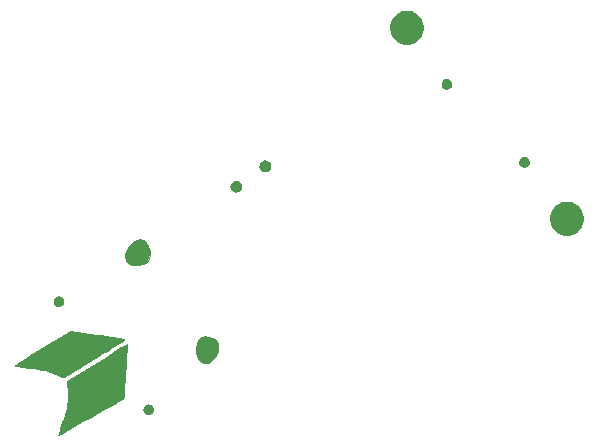
<source format=gbr>
G04 #@! TF.GenerationSoftware,KiCad,Pcbnew,5.1.2-f72e74a~84~ubuntu19.04.1*
G04 #@! TF.CreationDate,2019-06-13T20:20:37+02:00*
G04 #@! TF.ProjectId,sepiapcb2,73657069-6170-4636-9232-2e6b69636164,rev?*
G04 #@! TF.SameCoordinates,Original*
G04 #@! TF.FileFunction,Soldermask,Top*
G04 #@! TF.FilePolarity,Negative*
%FSLAX46Y46*%
G04 Gerber Fmt 4.6, Leading zero omitted, Abs format (unit mm)*
G04 Created by KiCad (PCBNEW 5.1.2-f72e74a~84~ubuntu19.04.1) date 2019-06-13 20:20:37*
%MOMM*%
%LPD*%
G04 APERTURE LIST*
%ADD10C,0.010000*%
%ADD11C,0.100000*%
G04 APERTURE END LIST*
D10*
G36*
X75390995Y-54097586D02*
G01*
X75467685Y-54129471D01*
X75635646Y-54255078D01*
X75789470Y-54441577D01*
X75910406Y-54665318D01*
X75928178Y-54710247D01*
X76025933Y-55058454D01*
X76048446Y-55369999D01*
X75997612Y-55641789D01*
X75875324Y-55870731D01*
X75683476Y-56053731D01*
X75423959Y-56187696D01*
X75098669Y-56269532D01*
X74963867Y-56285813D01*
X74795581Y-56290371D01*
X74631306Y-56278187D01*
X74565480Y-56266230D01*
X74313994Y-56168254D01*
X74126079Y-56016037D01*
X74005386Y-55814635D01*
X73955565Y-55569103D01*
X73958813Y-55426396D01*
X74023929Y-55128984D01*
X74158000Y-54830611D01*
X74348037Y-54551624D01*
X74581056Y-54312370D01*
X74749323Y-54187858D01*
X74956712Y-54096817D01*
X75180182Y-54065947D01*
X75390995Y-54097586D01*
X75390995Y-54097586D01*
G37*
X75390995Y-54097586D02*
X75467685Y-54129471D01*
X75635646Y-54255078D01*
X75789470Y-54441577D01*
X75910406Y-54665318D01*
X75928178Y-54710247D01*
X76025933Y-55058454D01*
X76048446Y-55369999D01*
X75997612Y-55641789D01*
X75875324Y-55870731D01*
X75683476Y-56053731D01*
X75423959Y-56187696D01*
X75098669Y-56269532D01*
X74963867Y-56285813D01*
X74795581Y-56290371D01*
X74631306Y-56278187D01*
X74565480Y-56266230D01*
X74313994Y-56168254D01*
X74126079Y-56016037D01*
X74005386Y-55814635D01*
X73955565Y-55569103D01*
X73958813Y-55426396D01*
X74023929Y-55128984D01*
X74158000Y-54830611D01*
X74348037Y-54551624D01*
X74581056Y-54312370D01*
X74749323Y-54187858D01*
X74956712Y-54096817D01*
X75180182Y-54065947D01*
X75390995Y-54097586D01*
G36*
X80983029Y-62332586D02*
G01*
X81020204Y-62341661D01*
X81317513Y-62437607D01*
X81538568Y-62557940D01*
X81690240Y-62710961D01*
X81779401Y-62904974D01*
X81812921Y-63148281D01*
X81810657Y-63296800D01*
X81786118Y-63526851D01*
X81734414Y-63716018D01*
X81676313Y-63847134D01*
X81559611Y-64039954D01*
X81411345Y-64229138D01*
X81252710Y-64390688D01*
X81104903Y-64500608D01*
X81093719Y-64506696D01*
X80948279Y-64550268D01*
X80761960Y-64562852D01*
X80572659Y-64544487D01*
X80440916Y-64505985D01*
X80267705Y-64385007D01*
X80129734Y-64190474D01*
X80029530Y-63926925D01*
X79979294Y-63676937D01*
X79971057Y-63503545D01*
X79983835Y-63289184D01*
X80013526Y-63061647D01*
X80056028Y-62848728D01*
X80107240Y-62678221D01*
X80135892Y-62615654D01*
X80278063Y-62440112D01*
X80467679Y-62334099D01*
X80703186Y-62298096D01*
X80983029Y-62332586D01*
X80983029Y-62332586D01*
G37*
X80983029Y-62332586D02*
X81020204Y-62341661D01*
X81317513Y-62437607D01*
X81538568Y-62557940D01*
X81690240Y-62710961D01*
X81779401Y-62904974D01*
X81812921Y-63148281D01*
X81810657Y-63296800D01*
X81786118Y-63526851D01*
X81734414Y-63716018D01*
X81676313Y-63847134D01*
X81559611Y-64039954D01*
X81411345Y-64229138D01*
X81252710Y-64390688D01*
X81104903Y-64500608D01*
X81093719Y-64506696D01*
X80948279Y-64550268D01*
X80761960Y-64562852D01*
X80572659Y-64544487D01*
X80440916Y-64505985D01*
X80267705Y-64385007D01*
X80129734Y-64190474D01*
X80029530Y-63926925D01*
X79979294Y-63676937D01*
X79971057Y-63503545D01*
X79983835Y-63289184D01*
X80013526Y-63061647D01*
X80056028Y-62848728D01*
X80107240Y-62678221D01*
X80135892Y-62615654D01*
X80278063Y-62440112D01*
X80467679Y-62334099D01*
X80703186Y-62298096D01*
X80983029Y-62332586D01*
D11*
G36*
X74149445Y-62950598D02*
G01*
X74149912Y-62950767D01*
X74149956Y-62950778D01*
X74159432Y-62954204D01*
X74159469Y-62954221D01*
X74159921Y-62954385D01*
X74169309Y-62960056D01*
X74169673Y-62960389D01*
X74169690Y-62960401D01*
X74177122Y-62967184D01*
X74177137Y-62967201D01*
X74177488Y-62967521D01*
X74177770Y-62967904D01*
X74177777Y-62967912D01*
X74183734Y-62976007D01*
X74183737Y-62976012D01*
X74184035Y-62976417D01*
X74188650Y-62986266D01*
X74188742Y-62986640D01*
X74188819Y-62986859D01*
X74191254Y-62996807D01*
X74191287Y-62997044D01*
X74192047Y-63000148D01*
X74192585Y-63006175D01*
X74194150Y-63047369D01*
X74194214Y-63050470D01*
X74194170Y-63053499D01*
X74190370Y-63172734D01*
X74190353Y-63173223D01*
X74190314Y-63174117D01*
X74181554Y-63359729D01*
X74181593Y-63359731D01*
X74181547Y-63360118D01*
X74181535Y-63360117D01*
X74181525Y-63360300D01*
X74181514Y-63360393D01*
X74181493Y-63360892D01*
X74168452Y-63602165D01*
X74168453Y-63602165D01*
X74168449Y-63602198D01*
X74168420Y-63602729D01*
X74151681Y-63891054D01*
X74151738Y-63891057D01*
X74151743Y-63891212D01*
X74151671Y-63891208D01*
X74131868Y-64217028D01*
X74131991Y-64217035D01*
X74131994Y-64217153D01*
X74131861Y-64217145D01*
X74109645Y-64570666D01*
X74110102Y-64570695D01*
X74110086Y-64570792D01*
X74109640Y-64570763D01*
X74085641Y-64942529D01*
X74085914Y-64942547D01*
X74085915Y-64942635D01*
X74085634Y-64942616D01*
X74060483Y-65323171D01*
X74060994Y-65323205D01*
X74060979Y-65323288D01*
X74060478Y-65323254D01*
X74034807Y-65703141D01*
X74035080Y-65703159D01*
X74035080Y-65703248D01*
X74034801Y-65703229D01*
X74009240Y-66072992D01*
X74009515Y-66073011D01*
X74009515Y-66073110D01*
X74009232Y-66073090D01*
X73984413Y-66423273D01*
X73984837Y-66423303D01*
X73984818Y-66423424D01*
X73984405Y-66423394D01*
X73960977Y-66744263D01*
X73960977Y-66744270D01*
X73960945Y-66744702D01*
X73939543Y-67026799D01*
X73939534Y-67026907D01*
X73939534Y-67026919D01*
X73939501Y-67027356D01*
X73939540Y-67027359D01*
X73939543Y-67027601D01*
X73939483Y-67027596D01*
X73920706Y-67261894D01*
X73920704Y-67261905D01*
X73920612Y-67263012D01*
X73905137Y-67439506D01*
X73904969Y-67441269D01*
X73893477Y-67550219D01*
X73893039Y-67553703D01*
X73892477Y-67557089D01*
X73886878Y-67587152D01*
X73885564Y-67592689D01*
X73880398Y-67605616D01*
X73880140Y-67606012D01*
X73880117Y-67606057D01*
X73874612Y-67614518D01*
X73874574Y-67614565D01*
X73874286Y-67615008D01*
X73864701Y-67624843D01*
X73860321Y-67628196D01*
X73845887Y-67638186D01*
X73843989Y-67639461D01*
X73841490Y-67641034D01*
X73798749Y-67666991D01*
X73798375Y-67667216D01*
X73797339Y-67667830D01*
X73724434Y-67710479D01*
X73723674Y-67710915D01*
X73723608Y-67710962D01*
X73723607Y-67710961D01*
X73617000Y-67772272D01*
X73616694Y-67772445D01*
X73616672Y-67772461D01*
X73616572Y-67772518D01*
X73616577Y-67772527D01*
X73616388Y-67772660D01*
X73616372Y-67772632D01*
X73472481Y-67854616D01*
X73472551Y-67854740D01*
X73472423Y-67854794D01*
X73472361Y-67854684D01*
X73288097Y-67959077D01*
X73288101Y-67959084D01*
X73288020Y-67959123D01*
X73288019Y-67959121D01*
X73287986Y-67959139D01*
X73287977Y-67959144D01*
X73287777Y-67959257D01*
X73059862Y-68087906D01*
X73059969Y-68088096D01*
X73059912Y-68088120D01*
X73059809Y-68087937D01*
X72784240Y-68243096D01*
X72784446Y-68243461D01*
X72784408Y-68243479D01*
X72784204Y-68243116D01*
X72457705Y-68426631D01*
X72457832Y-68426857D01*
X72457807Y-68426874D01*
X72457678Y-68426645D01*
X72076729Y-68640499D01*
X72076845Y-68640706D01*
X72076827Y-68640719D01*
X72076710Y-68640510D01*
X71637792Y-68886685D01*
X71637986Y-68887032D01*
X71637973Y-68887040D01*
X71637778Y-68886693D01*
X71137372Y-69167172D01*
X71137664Y-69167694D01*
X71137654Y-69167699D01*
X71137362Y-69167178D01*
X70571951Y-69483942D01*
X70571742Y-69484060D01*
X69938007Y-69838978D01*
X69938213Y-69839347D01*
X69938209Y-69839349D01*
X69938002Y-69838980D01*
X69572976Y-70043370D01*
X69572900Y-70043413D01*
X69313008Y-70189172D01*
X69312850Y-70189260D01*
X69070402Y-70325697D01*
X69070224Y-70325798D01*
X68857137Y-70446171D01*
X68856892Y-70446310D01*
X68685986Y-70543364D01*
X68685525Y-70543627D01*
X68569325Y-70610269D01*
X68568217Y-70610912D01*
X68526670Y-70635309D01*
X68525421Y-70636029D01*
X68524490Y-70636550D01*
X68439549Y-70683328D01*
X68433245Y-70686478D01*
X68426683Y-70689123D01*
X68384622Y-70704144D01*
X68379056Y-70705827D01*
X68365412Y-70707842D01*
X68364925Y-70707818D01*
X68364859Y-70707821D01*
X68354773Y-70707319D01*
X68354714Y-70707310D01*
X68354208Y-70707285D01*
X68344966Y-70704965D01*
X68344933Y-70704948D01*
X68344126Y-70704746D01*
X68343203Y-70704416D01*
X68332242Y-70698941D01*
X68331079Y-70698174D01*
X68330534Y-70697758D01*
X68329095Y-70697039D01*
X68322995Y-70692377D01*
X68320564Y-70690017D01*
X68318488Y-70687302D01*
X68318449Y-70687260D01*
X68312314Y-70679236D01*
X68312283Y-70679186D01*
X68312004Y-70678821D01*
X68311801Y-70678406D01*
X68311798Y-70678402D01*
X68307372Y-70669376D01*
X68307369Y-70669368D01*
X68307144Y-70668909D01*
X68304335Y-70658339D01*
X68304302Y-70657826D01*
X68304301Y-70657818D01*
X68303661Y-70647777D01*
X68303661Y-70647770D01*
X68303580Y-70646496D01*
X68304988Y-70634811D01*
X68305785Y-70631565D01*
X68317741Y-70589441D01*
X68318158Y-70588017D01*
X68318449Y-70587071D01*
X68353665Y-70475190D01*
X68353650Y-70475185D01*
X68353732Y-70474998D01*
X68353962Y-70474262D01*
X68407504Y-70308214D01*
X68407637Y-70307808D01*
X68407676Y-70307631D01*
X68407691Y-70307636D01*
X68475911Y-70098741D01*
X68475670Y-70098662D01*
X68475737Y-70098515D01*
X68475960Y-70098589D01*
X68554430Y-69860572D01*
X68553924Y-69860405D01*
X68553946Y-69860333D01*
X68554454Y-69860501D01*
X68557761Y-69850515D01*
X68557953Y-69849931D01*
X68650318Y-69566352D01*
X68650629Y-69565385D01*
X68745260Y-69266623D01*
X68745539Y-69265730D01*
X68834330Y-68977948D01*
X68834659Y-68976864D01*
X68909548Y-68726093D01*
X68909965Y-68724665D01*
X68948516Y-68589739D01*
X68948911Y-68588327D01*
X68995699Y-68416986D01*
X68996478Y-68413989D01*
X69030161Y-68277412D01*
X69031566Y-68270990D01*
X69054373Y-68151887D01*
X69055699Y-68143392D01*
X69070543Y-68020703D01*
X69071220Y-68013228D01*
X69080135Y-67865674D01*
X69080330Y-67860992D01*
X69084706Y-67669605D01*
X69084737Y-67667421D01*
X69086092Y-67415594D01*
X69086094Y-67414990D01*
X69086182Y-67255429D01*
X69086180Y-67254665D01*
X69084696Y-66987829D01*
X69084680Y-66986424D01*
X69080559Y-66741174D01*
X69080521Y-66739518D01*
X69074269Y-66531569D01*
X69074165Y-66529004D01*
X69066438Y-66376391D01*
X69065960Y-66370095D01*
X69058151Y-66293126D01*
X69055782Y-66278493D01*
X69027555Y-66152128D01*
X69026589Y-66146529D01*
X69026511Y-66143132D01*
X69026504Y-66143077D01*
X69026271Y-66132986D01*
X69026276Y-66132924D01*
X69026264Y-66132418D01*
X69028124Y-66121777D01*
X69028306Y-66121305D01*
X69028324Y-66121242D01*
X69031966Y-66111828D01*
X69031994Y-66111773D01*
X69032162Y-66111338D01*
X69037612Y-66102756D01*
X69037616Y-66102752D01*
X69037788Y-66102481D01*
X69038392Y-66101709D01*
X69046381Y-66093560D01*
X69047348Y-66092772D01*
X69047524Y-66092646D01*
X69048974Y-66091167D01*
X69055565Y-66086450D01*
X71570814Y-64514496D01*
X71570719Y-64514344D01*
X71570752Y-64514326D01*
X71570845Y-64514476D01*
X71989218Y-64253374D01*
X71989176Y-64253306D01*
X71989234Y-64253262D01*
X71989280Y-64253336D01*
X72386375Y-64006229D01*
X72386302Y-64006112D01*
X72386373Y-64006075D01*
X72386442Y-64006187D01*
X72756479Y-63776627D01*
X72756383Y-63776472D01*
X72756455Y-63776418D01*
X72756556Y-63776581D01*
X73093759Y-63568118D01*
X73093785Y-63568102D01*
X73094076Y-63567922D01*
X73094076Y-63567921D01*
X73391974Y-63384531D01*
X73392297Y-63384334D01*
X73392313Y-63384322D01*
X73392438Y-63384245D01*
X73392431Y-63384233D01*
X73392544Y-63384148D01*
X73392558Y-63384172D01*
X73646757Y-63228554D01*
X73646732Y-63228514D01*
X73646928Y-63228429D01*
X73646937Y-63228444D01*
X73647046Y-63228378D01*
X73647057Y-63228373D01*
X73647265Y-63228245D01*
X73850843Y-63104649D01*
X73851362Y-63104336D01*
X73999154Y-63015939D01*
X74000035Y-63015418D01*
X74000378Y-63015219D01*
X74085392Y-62966270D01*
X74088704Y-62964457D01*
X74091958Y-62962849D01*
X74108758Y-62954974D01*
X74114054Y-62952802D01*
X74127513Y-62949476D01*
X74127991Y-62949454D01*
X74128054Y-62949445D01*
X74138144Y-62948984D01*
X74138208Y-62948987D01*
X74138699Y-62948965D01*
X74149445Y-62950598D01*
X74149445Y-62950598D01*
G37*
G36*
X76077552Y-68070131D02*
G01*
X76159627Y-68104128D01*
X76159629Y-68104129D01*
X76196813Y-68128975D01*
X76233495Y-68153485D01*
X76296315Y-68216305D01*
X76314460Y-68243461D01*
X76337146Y-68277412D01*
X76345672Y-68290173D01*
X76379669Y-68372248D01*
X76397000Y-68459379D01*
X76397000Y-68548221D01*
X76379669Y-68635352D01*
X76345672Y-68717427D01*
X76345671Y-68717429D01*
X76296314Y-68791296D01*
X76233496Y-68854114D01*
X76159629Y-68903471D01*
X76159628Y-68903472D01*
X76159627Y-68903472D01*
X76077552Y-68937469D01*
X75990421Y-68954800D01*
X75901579Y-68954800D01*
X75814448Y-68937469D01*
X75732373Y-68903472D01*
X75732372Y-68903472D01*
X75732371Y-68903471D01*
X75658504Y-68854114D01*
X75595686Y-68791296D01*
X75546329Y-68717429D01*
X75546328Y-68717427D01*
X75512331Y-68635352D01*
X75495000Y-68548221D01*
X75495000Y-68459379D01*
X75512331Y-68372248D01*
X75546328Y-68290173D01*
X75554855Y-68277412D01*
X75577540Y-68243461D01*
X75595685Y-68216305D01*
X75658505Y-68153485D01*
X75695187Y-68128975D01*
X75732371Y-68104129D01*
X75732373Y-68104128D01*
X75814448Y-68070131D01*
X75901579Y-68052800D01*
X75990421Y-68052800D01*
X76077552Y-68070131D01*
X76077552Y-68070131D01*
G37*
G36*
X69376267Y-61816535D02*
G01*
X69378171Y-61816771D01*
X71571174Y-62149101D01*
X71571209Y-62148872D01*
X71571261Y-62148875D01*
X71571225Y-62149109D01*
X71994302Y-62213606D01*
X71994334Y-62213399D01*
X71994433Y-62213426D01*
X71994403Y-62213622D01*
X72393707Y-62275236D01*
X72393740Y-62275022D01*
X72393851Y-62275030D01*
X72393816Y-62275253D01*
X72761220Y-62332676D01*
X72761237Y-62332569D01*
X72761366Y-62332578D01*
X72761347Y-62332696D01*
X73088724Y-62384626D01*
X73088744Y-62384501D01*
X73088907Y-62384544D01*
X73088889Y-62384653D01*
X73368109Y-62429782D01*
X73368123Y-62429697D01*
X73368370Y-62429716D01*
X73368352Y-62429822D01*
X73591289Y-62466847D01*
X73591291Y-62466835D01*
X73591543Y-62466897D01*
X73592300Y-62467021D01*
X73749870Y-62494469D01*
X73751208Y-62494711D01*
X73751573Y-62494781D01*
X73836260Y-62511425D01*
X73839623Y-62512154D01*
X73842922Y-62513006D01*
X73850751Y-62515188D01*
X73857212Y-62517334D01*
X73869513Y-62523253D01*
X73871431Y-62524446D01*
X73903633Y-62545838D01*
X73908291Y-62549274D01*
X73918124Y-62559057D01*
X73918406Y-62559477D01*
X73918417Y-62559490D01*
X73924031Y-62567844D01*
X73924043Y-62567866D01*
X73924313Y-62568268D01*
X73928549Y-62578421D01*
X73930729Y-62589218D01*
X73930764Y-62600411D01*
X73928205Y-62613697D01*
X73926597Y-62618382D01*
X73915576Y-62646329D01*
X73913222Y-62651535D01*
X73905326Y-62663807D01*
X73896999Y-62672617D01*
X73894015Y-62675069D01*
X73824859Y-62727563D01*
X73821858Y-62729743D01*
X73818893Y-62731716D01*
X73742156Y-62780556D01*
X73741143Y-62781194D01*
X73741138Y-62781198D01*
X73741101Y-62781221D01*
X73669314Y-62826039D01*
X73669158Y-62826148D01*
X73669153Y-62826140D01*
X73531868Y-62912122D01*
X73531870Y-62912124D01*
X73531808Y-62912159D01*
X73336597Y-63034556D01*
X73336569Y-63034574D01*
X73090167Y-63189157D01*
X73090148Y-63189168D01*
X72799366Y-63371665D01*
X72799353Y-63371674D01*
X72471054Y-63577775D01*
X72471043Y-63577782D01*
X72112114Y-63803165D01*
X72112103Y-63803171D01*
X71729325Y-64043581D01*
X71729316Y-64043587D01*
X71329568Y-64294706D01*
X71329562Y-64294710D01*
X71289978Y-64319580D01*
X71289937Y-64319605D01*
X70891798Y-64569658D01*
X70891872Y-64569776D01*
X70891857Y-64569786D01*
X70891783Y-64569668D01*
X70512195Y-64807905D01*
X70512860Y-64808965D01*
X70512843Y-64808975D01*
X70512179Y-64807915D01*
X70157673Y-65030247D01*
X70157888Y-65030590D01*
X70157871Y-65030602D01*
X70157655Y-65030257D01*
X69834759Y-65232598D01*
X69834987Y-65232962D01*
X69834966Y-65232977D01*
X69834738Y-65232613D01*
X69549983Y-65410875D01*
X69550046Y-65410976D01*
X69550018Y-65410996D01*
X69549954Y-65410893D01*
X69309869Y-65560988D01*
X69310102Y-65561361D01*
X69310060Y-65561391D01*
X69309825Y-65561015D01*
X69120941Y-65678857D01*
X69120890Y-65678889D01*
X69120690Y-65679014D01*
X68990062Y-65760186D01*
X68989349Y-65760625D01*
X68989338Y-65760634D01*
X68922733Y-65801527D01*
X68922342Y-65801766D01*
X68921558Y-65802236D01*
X68918511Y-65804043D01*
X68917115Y-65804852D01*
X68915651Y-65805666D01*
X68861127Y-65835309D01*
X68851333Y-65839879D01*
X68841174Y-65843181D01*
X68795643Y-65854971D01*
X68790158Y-65856109D01*
X68786791Y-65856300D01*
X68786677Y-65856318D01*
X68776553Y-65856892D01*
X68776443Y-65856887D01*
X68773100Y-65857077D01*
X68767386Y-65856550D01*
X68710482Y-65848455D01*
X68700608Y-65846468D01*
X68691042Y-65843373D01*
X68603086Y-65809247D01*
X68599944Y-65807957D01*
X68596695Y-65806470D01*
X68459029Y-65740114D01*
X68458876Y-65740040D01*
X68457652Y-65739433D01*
X68335074Y-65677699D01*
X68334044Y-65677186D01*
X68091560Y-65557850D01*
X68087750Y-65556054D01*
X67873476Y-65459427D01*
X67867537Y-65456931D01*
X67666187Y-65378349D01*
X67658775Y-65375722D01*
X67454619Y-65310510D01*
X67447122Y-65308370D01*
X67223843Y-65252119D01*
X67217586Y-65250713D01*
X66959455Y-65199600D01*
X66955021Y-65198805D01*
X66647376Y-65149332D01*
X66644656Y-65148925D01*
X66273526Y-65097592D01*
X66272283Y-65097426D01*
X66005741Y-65063280D01*
X66005633Y-65063277D01*
X66005634Y-65063268D01*
X65691636Y-65023318D01*
X65691627Y-65023316D01*
X65691453Y-65023294D01*
X65399607Y-64985218D01*
X65399594Y-64985315D01*
X65399394Y-64985265D01*
X65399404Y-64985191D01*
X65141835Y-64950645D01*
X65141823Y-64950734D01*
X65141548Y-64950720D01*
X65141564Y-64950608D01*
X64930727Y-64921294D01*
X64929708Y-64921149D01*
X64777606Y-64898711D01*
X64776671Y-64898568D01*
X64775589Y-64898389D01*
X64694817Y-64884579D01*
X64692576Y-64884166D01*
X64690131Y-64883647D01*
X64689648Y-64883538D01*
X64682275Y-64881524D01*
X64674940Y-64878809D01*
X64659808Y-64872432D01*
X64654521Y-64869889D01*
X64643132Y-64862174D01*
X64642774Y-64861811D01*
X64642736Y-64861780D01*
X64635643Y-64854600D01*
X64635026Y-64853838D01*
X64628672Y-64843802D01*
X64628090Y-64842592D01*
X64627917Y-64842161D01*
X64626979Y-64840679D01*
X64623651Y-64832369D01*
X64620961Y-64824074D01*
X64619494Y-64818664D01*
X64619097Y-64815291D01*
X64619080Y-64815214D01*
X64617898Y-64805171D01*
X64617897Y-64805095D01*
X64617841Y-64804623D01*
X64618608Y-64794995D01*
X64618614Y-64794976D01*
X64618675Y-64794207D01*
X64618848Y-64793242D01*
X64622401Y-64781608D01*
X64622965Y-64780329D01*
X64623254Y-64779782D01*
X64623710Y-64778288D01*
X64628140Y-64769894D01*
X64639061Y-64752318D01*
X64645909Y-64742782D01*
X64653936Y-64734271D01*
X64690338Y-64700493D01*
X64693610Y-64697605D01*
X64696935Y-64694946D01*
X64765762Y-64642617D01*
X64767076Y-64641639D01*
X64768934Y-64640321D01*
X64873447Y-64568110D01*
X64873792Y-64567874D01*
X64875089Y-64567010D01*
X65018909Y-64472666D01*
X65020130Y-64471876D01*
X65208594Y-64351908D01*
X65209080Y-64351600D01*
X65209120Y-64351575D01*
X65209132Y-64351568D01*
X65446937Y-64202905D01*
X65447341Y-64202654D01*
X65738723Y-64022497D01*
X65738662Y-64022398D01*
X65738812Y-64022317D01*
X65738867Y-64022407D01*
X66088925Y-63807421D01*
X66088722Y-63807091D01*
X66088806Y-63807034D01*
X66089011Y-63807369D01*
X66502345Y-63554523D01*
X66502001Y-63553960D01*
X66502048Y-63553936D01*
X66502390Y-63554496D01*
X66941396Y-63286507D01*
X66941086Y-63285998D01*
X66941099Y-63285990D01*
X66941409Y-63286499D01*
X69335713Y-61825791D01*
X69340759Y-61823043D01*
X69353815Y-61818254D01*
X69366031Y-61816340D01*
X69376267Y-61816535D01*
X69376267Y-61816535D01*
G37*
G36*
X68482952Y-58926131D02*
G01*
X68565027Y-58960128D01*
X68565029Y-58960129D01*
X68602213Y-58984975D01*
X68638895Y-59009485D01*
X68701715Y-59072305D01*
X68751072Y-59146173D01*
X68785069Y-59228248D01*
X68802400Y-59315379D01*
X68802400Y-59404221D01*
X68785069Y-59491352D01*
X68751072Y-59573427D01*
X68751071Y-59573429D01*
X68701714Y-59647296D01*
X68638896Y-59710114D01*
X68565029Y-59759471D01*
X68565028Y-59759472D01*
X68565027Y-59759472D01*
X68482952Y-59793469D01*
X68395821Y-59810800D01*
X68306979Y-59810800D01*
X68219848Y-59793469D01*
X68137773Y-59759472D01*
X68137772Y-59759472D01*
X68137771Y-59759471D01*
X68063904Y-59710114D01*
X68001086Y-59647296D01*
X67951729Y-59573429D01*
X67951728Y-59573427D01*
X67917731Y-59491352D01*
X67900400Y-59404221D01*
X67900400Y-59315379D01*
X67917731Y-59228248D01*
X67951728Y-59146173D01*
X68001085Y-59072305D01*
X68063905Y-59009485D01*
X68100587Y-58984975D01*
X68137771Y-58960129D01*
X68137773Y-58960128D01*
X68219848Y-58926131D01*
X68306979Y-58908800D01*
X68395821Y-58908800D01*
X68482952Y-58926131D01*
X68482952Y-58926131D01*
G37*
G36*
X111796698Y-50947030D02*
G01*
X112057305Y-51054977D01*
X112057306Y-51054978D01*
X112291847Y-51211693D01*
X112491307Y-51411153D01*
X112491308Y-51411155D01*
X112648023Y-51645695D01*
X112755970Y-51906302D01*
X112811000Y-52182959D01*
X112811000Y-52465041D01*
X112755970Y-52741698D01*
X112648023Y-53002305D01*
X112648022Y-53002306D01*
X112491307Y-53236847D01*
X112291847Y-53436307D01*
X112173780Y-53515197D01*
X112057305Y-53593023D01*
X111796698Y-53700970D01*
X111520041Y-53756000D01*
X111237959Y-53756000D01*
X110961302Y-53700970D01*
X110700695Y-53593023D01*
X110584220Y-53515197D01*
X110466153Y-53436307D01*
X110266693Y-53236847D01*
X110109978Y-53002306D01*
X110109977Y-53002305D01*
X110002030Y-52741698D01*
X109947000Y-52465041D01*
X109947000Y-52182959D01*
X110002030Y-51906302D01*
X110109977Y-51645695D01*
X110266692Y-51411155D01*
X110266693Y-51411153D01*
X110466153Y-51211693D01*
X110700694Y-51054978D01*
X110700695Y-51054977D01*
X110961302Y-50947030D01*
X111237959Y-50892000D01*
X111520041Y-50892000D01*
X111796698Y-50947030D01*
X111796698Y-50947030D01*
G37*
G36*
X83464932Y-49120671D02*
G01*
X83513328Y-49130297D01*
X83551094Y-49145940D01*
X83604503Y-49168063D01*
X83604504Y-49168064D01*
X83686561Y-49222892D01*
X83756344Y-49292675D01*
X83756345Y-49292677D01*
X83811173Y-49374733D01*
X83848939Y-49465909D01*
X83868192Y-49562699D01*
X83868192Y-49661389D01*
X83848939Y-49758179D01*
X83811173Y-49849355D01*
X83811172Y-49849356D01*
X83756344Y-49931413D01*
X83686561Y-50001196D01*
X83645254Y-50028796D01*
X83604503Y-50056025D01*
X83551094Y-50078148D01*
X83513328Y-50093791D01*
X83464932Y-50103417D01*
X83416537Y-50113044D01*
X83317847Y-50113044D01*
X83269452Y-50103418D01*
X83221056Y-50093791D01*
X83183290Y-50078148D01*
X83129881Y-50056025D01*
X83089130Y-50028796D01*
X83047823Y-50001196D01*
X82978040Y-49931413D01*
X82923212Y-49849356D01*
X82923211Y-49849355D01*
X82885445Y-49758179D01*
X82866192Y-49661389D01*
X82866192Y-49562699D01*
X82885445Y-49465909D01*
X82923211Y-49374733D01*
X82978039Y-49292677D01*
X82978040Y-49292675D01*
X83047823Y-49222892D01*
X83129880Y-49168064D01*
X83129881Y-49168063D01*
X83183290Y-49145940D01*
X83221056Y-49130297D01*
X83269452Y-49120671D01*
X83317847Y-49111044D01*
X83416537Y-49111044D01*
X83464932Y-49120671D01*
X83464932Y-49120671D01*
G37*
G36*
X85922388Y-47399941D02*
G01*
X85970784Y-47409568D01*
X86008550Y-47425211D01*
X86061959Y-47447334D01*
X86061960Y-47447335D01*
X86144017Y-47502163D01*
X86213800Y-47571946D01*
X86228015Y-47593221D01*
X86268629Y-47654004D01*
X86306395Y-47745180D01*
X86325648Y-47841970D01*
X86325648Y-47940660D01*
X86306395Y-48037450D01*
X86268629Y-48128626D01*
X86268628Y-48128627D01*
X86213800Y-48210684D01*
X86144017Y-48280467D01*
X86102710Y-48308067D01*
X86061959Y-48335296D01*
X86008550Y-48357419D01*
X85970784Y-48373062D01*
X85922388Y-48382688D01*
X85873993Y-48392315D01*
X85775303Y-48392315D01*
X85726908Y-48382689D01*
X85678512Y-48373062D01*
X85640746Y-48357419D01*
X85587337Y-48335296D01*
X85546586Y-48308067D01*
X85505279Y-48280467D01*
X85435496Y-48210684D01*
X85380668Y-48128627D01*
X85380667Y-48128626D01*
X85342901Y-48037450D01*
X85323648Y-47940660D01*
X85323648Y-47841970D01*
X85342901Y-47745180D01*
X85380667Y-47654004D01*
X85421281Y-47593221D01*
X85435496Y-47571946D01*
X85505279Y-47502163D01*
X85587336Y-47447335D01*
X85587337Y-47447334D01*
X85640746Y-47425211D01*
X85678512Y-47409568D01*
X85726908Y-47399941D01*
X85775303Y-47390315D01*
X85873993Y-47390315D01*
X85922388Y-47399941D01*
X85922388Y-47399941D01*
G37*
G36*
X107903752Y-47115131D02*
G01*
X107985827Y-47149128D01*
X107985829Y-47149129D01*
X108023013Y-47173975D01*
X108059695Y-47198485D01*
X108122515Y-47261305D01*
X108171872Y-47335173D01*
X108205869Y-47417248D01*
X108223200Y-47504379D01*
X108223200Y-47593221D01*
X108205869Y-47680352D01*
X108179016Y-47745179D01*
X108171871Y-47762429D01*
X108122514Y-47836296D01*
X108059696Y-47899114D01*
X107985829Y-47948471D01*
X107985828Y-47948472D01*
X107985827Y-47948472D01*
X107903752Y-47982469D01*
X107816621Y-47999800D01*
X107727779Y-47999800D01*
X107640648Y-47982469D01*
X107558573Y-47948472D01*
X107558572Y-47948472D01*
X107558571Y-47948471D01*
X107484704Y-47899114D01*
X107421886Y-47836296D01*
X107372529Y-47762429D01*
X107365384Y-47745179D01*
X107338531Y-47680352D01*
X107321200Y-47593221D01*
X107321200Y-47504379D01*
X107338531Y-47417248D01*
X107372528Y-47335173D01*
X107421885Y-47261305D01*
X107484705Y-47198485D01*
X107521387Y-47173975D01*
X107558571Y-47149129D01*
X107558573Y-47149128D01*
X107640648Y-47115131D01*
X107727779Y-47097800D01*
X107816621Y-47097800D01*
X107903752Y-47115131D01*
X107903752Y-47115131D01*
G37*
G36*
X101325152Y-40511131D02*
G01*
X101407227Y-40545128D01*
X101407229Y-40545129D01*
X101444413Y-40569975D01*
X101481095Y-40594485D01*
X101543915Y-40657305D01*
X101593272Y-40731173D01*
X101627269Y-40813248D01*
X101644600Y-40900379D01*
X101644600Y-40989221D01*
X101627269Y-41076352D01*
X101593272Y-41158427D01*
X101593271Y-41158429D01*
X101543914Y-41232296D01*
X101481096Y-41295114D01*
X101407229Y-41344471D01*
X101407228Y-41344472D01*
X101407227Y-41344472D01*
X101325152Y-41378469D01*
X101238021Y-41395800D01*
X101149179Y-41395800D01*
X101062048Y-41378469D01*
X100979973Y-41344472D01*
X100979972Y-41344472D01*
X100979971Y-41344471D01*
X100906104Y-41295114D01*
X100843286Y-41232296D01*
X100793929Y-41158429D01*
X100793928Y-41158427D01*
X100759931Y-41076352D01*
X100742600Y-40989221D01*
X100742600Y-40900379D01*
X100759931Y-40813248D01*
X100793928Y-40731173D01*
X100843285Y-40657305D01*
X100906105Y-40594485D01*
X100942787Y-40569975D01*
X100979971Y-40545129D01*
X100979973Y-40545128D01*
X101062048Y-40511131D01*
X101149179Y-40493800D01*
X101238021Y-40493800D01*
X101325152Y-40511131D01*
X101325152Y-40511131D01*
G37*
G36*
X98233879Y-34783492D02*
G01*
X98494486Y-34891439D01*
X98494487Y-34891440D01*
X98729028Y-35048155D01*
X98928488Y-35247615D01*
X98928489Y-35247617D01*
X99085204Y-35482157D01*
X99193151Y-35742764D01*
X99248181Y-36019421D01*
X99248181Y-36301503D01*
X99193151Y-36578160D01*
X99085204Y-36838767D01*
X99085203Y-36838768D01*
X98928488Y-37073309D01*
X98729028Y-37272769D01*
X98610961Y-37351659D01*
X98494486Y-37429485D01*
X98233879Y-37537432D01*
X97957222Y-37592462D01*
X97675140Y-37592462D01*
X97398483Y-37537432D01*
X97137876Y-37429485D01*
X97021401Y-37351659D01*
X96903334Y-37272769D01*
X96703874Y-37073309D01*
X96547159Y-36838768D01*
X96547158Y-36838767D01*
X96439211Y-36578160D01*
X96384181Y-36301503D01*
X96384181Y-36019421D01*
X96439211Y-35742764D01*
X96547158Y-35482157D01*
X96703873Y-35247617D01*
X96703874Y-35247615D01*
X96903334Y-35048155D01*
X97137875Y-34891440D01*
X97137876Y-34891439D01*
X97398483Y-34783492D01*
X97675140Y-34728462D01*
X97957222Y-34728462D01*
X98233879Y-34783492D01*
X98233879Y-34783492D01*
G37*
M02*

</source>
